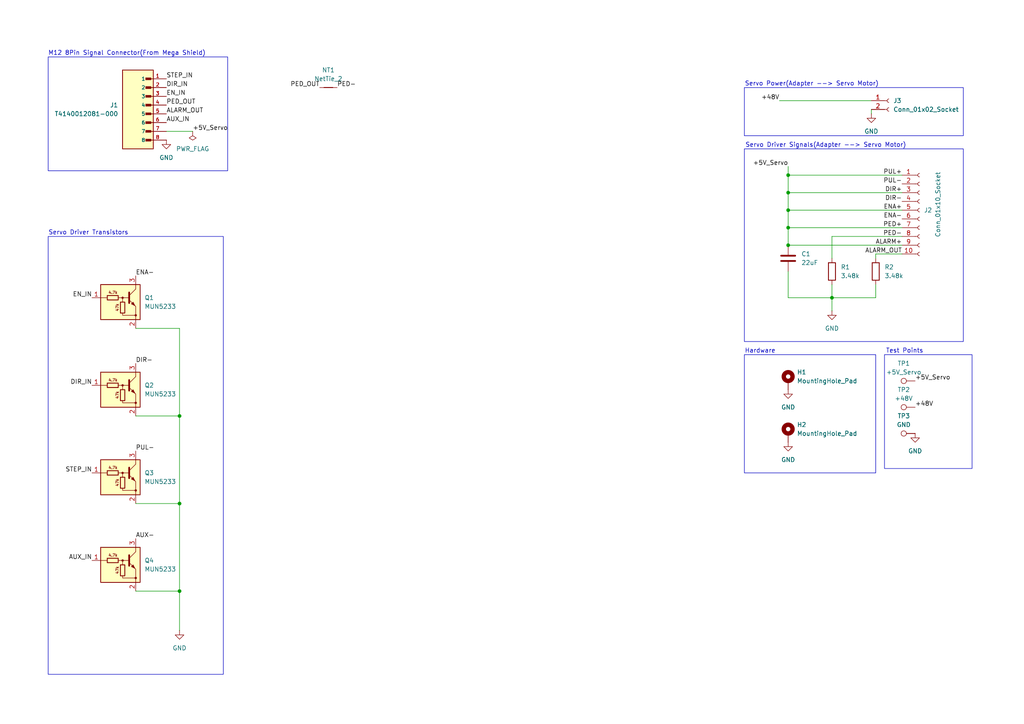
<source format=kicad_sch>
(kicad_sch (version 20250114) (generator "eeschema") (generator_version "9.0")
  (paper "A4")
  (title_block (title "Servo Adapter") (date "2025-06-25") (rev "0.1.0") (company "Homewood Creations"))
  (lib_symbols
    (symbol "Connector:Conn_01x02_Socket" (pin_names (offset 1.016) (hide yes))
      (property "Reference" "J" (at 0 2.54 0))
      (property "Value" "Conn_01x02_Socket" (at 0 -5.08 0))
      (symbol "Conn_01x02_Socket_1_1"
        (polyline (pts (xy -1.27 0) (xy -0.508 0)) (stroke (width 0.1524)))
        (polyline (pts (xy -1.27 -2.54) (xy -0.508 -2.54)) (stroke (width 0.1524)))
        (arc (start 0 -0.508) (mid -0.5058 0) (end 0 0.508) (stroke (width 0.1524)))
        (arc (start 0 -3.048) (mid -0.5058 -2.54) (end 0 -2.032) (stroke (width 0.1524)))
        (pin passive line (at -5.08 0 0) (length 3.81) (name "Pin_1") (number "1"))
        (pin passive line (at -5.08 -2.54 0) (length 3.81) (name "Pin_2") (number "2"))
      )
    )
    (symbol "Connector:Conn_01x10_Socket" (pin_names (offset 1.016) (hide yes))
      (property "Reference" "J" (at 0 12.7 0))
      (property "Value" "Conn_01x10_Socket" (at 0 -15.24 0))
      (symbol "Conn_01x10_Socket_1_1"
        (polyline (pts (xy -1.27 10.16) (xy -0.508 10.16)) (stroke (width 0.1524)))
        (polyline (pts (xy -1.27 7.62) (xy -0.508 7.62)) (stroke (width 0.1524)))
        (polyline (pts (xy -1.27 5.08) (xy -0.508 5.08)) (stroke (width 0.1524)))
        (polyline (pts (xy -1.27 2.54) (xy -0.508 2.54)) (stroke (width 0.1524)))
        (polyline (pts (xy -1.27 0) (xy -0.508 0)) (stroke (width 0.1524)))
        (polyline (pts (xy -1.27 -2.54) (xy -0.508 -2.54)) (stroke (width 0.1524)))
        (polyline (pts (xy -1.27 -5.08) (xy -0.508 -5.08)) (stroke (width 0.1524)))
        (polyline (pts (xy -1.27 -7.62) (xy -0.508 -7.62)) (stroke (width 0.1524)))
        (polyline (pts (xy -1.27 -10.16) (xy -0.508 -10.16)) (stroke (width 0.1524)))
        (polyline (pts (xy -1.27 -12.7) (xy -0.508 -12.7)) (stroke (width 0.1524)))
        (arc (start 0 9.652) (mid -0.5058 10.16) (end 0 10.668) (stroke (width 0.1524)))
        (arc (start 0 7.112) (mid -0.5058 7.62) (end 0 8.128) (stroke (width 0.1524)))
        (arc (start 0 4.572) (mid -0.5058 5.08) (end 0 5.588) (stroke (width 0.1524)))
        (arc (start 0 2.032) (mid -0.5058 2.54) (end 0 3.048) (stroke (width 0.1524)))
        (arc (start 0 -0.508) (mid -0.5058 0) (end 0 0.508) (stroke (width 0.1524)))
        (arc (start 0 -3.048) (mid -0.5058 -2.54) (end 0 -2.032) (stroke (width 0.1524)))
        (arc (start 0 -5.588) (mid -0.5058 -5.08) (end 0 -4.572) (stroke (width 0.1524)))
        (arc (start 0 -8.128) (mid -0.5058 -7.62) (end 0 -7.112) (stroke (width 0.1524)))
        (arc (start 0 -10.668) (mid -0.5058 -10.16) (end 0 -9.652) (stroke (width 0.1524)))
        (arc (start 0 -13.208) (mid -0.5058 -12.7) (end 0 -12.192) (stroke (width 0.1524)))
        (pin passive line (at -5.08 10.16 0) (length 3.81) (name "Pin_1") (number "1"))
        (pin passive line (at -5.08 7.62 0) (length 3.81) (name "Pin_2") (number "2"))
        (pin passive line (at -5.08 5.08 0) (length 3.81) (name "Pin_3") (number "3"))
        (pin passive line (at -5.08 2.54 0) (length 3.81) (name "Pin_4") (number "4"))
        (pin passive line (at -5.08 0 0) (length 3.81) (name "Pin_5") (number "5"))
        (pin passive line (at -5.08 -2.54 0) (length 3.81) (name "Pin_6") (number "6"))
        (pin passive line (at -5.08 -5.08 0) (length 3.81) (name "Pin_7") (number "7"))
        (pin passive line (at -5.08 -7.62 0) (length 3.81) (name "Pin_8") (number "8"))
        (pin passive line (at -5.08 -10.16 0) (length 3.81) (name "Pin_9") (number "9"))
        (pin passive line (at -5.08 -12.7 0) (length 3.81) (name "Pin_10") (number "10"))
      )
    )
    (symbol "Connector:TestPoint" (pin_numbers (hide yes)) (pin_names (offset 0.762) (hide yes))
      (property "Reference" "TP" (at 0 6.858 0))
      (property "Value" "TestPoint" (at 0 5.08 0))
      (symbol "TestPoint_0_1"
        (circle (center 0 3.302) (radius 0.762))
      )
      (symbol "TestPoint_1_1"
        (pin passive line (at 0 0 90) (length 2.54) (name "1") (number "1"))
      )
    )
    (symbol "Device:C" (pin_numbers (hide yes)) (pin_names (offset 0.254))
      (property "Reference" "C" (at 0.635 2.54 0))
      (property "Value" "C" (at 0.635 -2.54 0))
      (symbol "C_0_1"
        (polyline (pts (xy -2.032 0.762) (xy 2.032 0.762)) (stroke (width 0.508)))
        (polyline (pts (xy -2.032 -0.762) (xy 2.032 -0.762)) (stroke (width 0.508)))
      )
      (symbol "C_1_1"
        (pin passive line (at 0 3.81 270) (length 2.794) (name "~") (number "1"))
        (pin passive line (at 0 -3.81 90) (length 2.794) (name "~") (number "2"))
      )
    )
    (symbol "Device:NetTie_2" (pin_numbers (hide yes)) (pin_names (offset 0) (hide yes)) (in_bom no)
      (property "Reference" "NT" (at 0 1.27 0))
      (property "Value" "NetTie_2" (at 0 -1.27 0))
      (symbol "NetTie_2_0_1"
        (polyline (pts (xy -1.27 0) (xy 1.27 0)) (stroke (width 0.254)))
      )
      (symbol "NetTie_2_1_1"
        (pin passive line (at -2.54 0 0) (length 2.54) (name "1") (number "1"))
        (pin passive line (at 2.54 0 180) (length 2.54) (name "2") (number "2"))
      )
    )
    (symbol "Device:R" (pin_numbers (hide yes)) (pin_names (offset 0))
      (property "Reference" "R" (at 2.032 0 90))
      (property "Value" "R" (at 0 0 90))
      (symbol "R_0_1"
        (rectangle (start -1.016 -2.54) (end 1.016 2.54) (stroke (width 0.254)))
      )
      (symbol "R_1_1"
        (pin passive line (at 0 3.81 270) (length 1.27) (name "~") (number "1"))
        (pin passive line (at 0 -3.81 90) (length 1.27) (name "~") (number "2"))
      )
    )
    (symbol "Mechanical:MountingHole_Pad" (pin_numbers (hide yes)) (pin_names (offset 1.016) (hide yes)) (exclude_from_sim yes) (in_bom no)
      (property "Reference" "H" (at 0 6.35 0))
      (property "Value" "MountingHole_Pad" (at 0 4.445 0))
      (symbol "MountingHole_Pad_0_1"
        (circle (center 0 1.27) (radius 1.27) (stroke (width 1.27)))
      )
      (symbol "MountingHole_Pad_1_1"
        (pin input line (at 0 -2.54 90) (length 2.54) (name "1") (number "1"))
      )
    )
    (symbol "PCM_Transistor_BJT_Pre-Biased_AKL:MUN5233" (pin_names (hide yes))
      (property "Reference" "Q" (at 5.715 1.27 0))
      (property "Value" "MUN5233" (at 5.715 -1.27 0))
      (symbol "MUN5233_0_1"
        (rectangle (start -4.445 1.905) (end -1.27 0.635) (stroke (width 0.254)))
        (rectangle (start -0.635 0) (end 0.635 -3.175) (stroke (width 0.254)))
      )
      (symbol "MUN5233_0_2"
        (polyline (pts (xy -4.318 1.27) (xy -4.064 1.778) (xy -3.556 0.762) (xy -3.048 1.778) (xy -2.54 0.762) (xy -2.032 1.778)) (stroke (width 0.254)))
        (polyline (pts (xy -2.032 1.778) (xy -1.524 0.762) (xy -1.27 1.27)) (stroke (width 0.254)))
        (polyline (pts (xy -0.508 -0.889) (xy 0.508 -0.381) (xy 0 -0.127)) (stroke (width 0.254)))
        (polyline (pts (xy 0 -3.175) (xy -0.508 -2.921) (xy 0.508 -2.413) (xy -0.508 -1.905) (xy 0.508 -1.397) (xy -0.508 -0.889)) (stroke (width 0.254)))
      )
      (symbol "MUN5233_1_0"
        (rectangle (start -6.35 5.08) (end 5.08 -5.08) (stroke (width 0.254)) (fill (type background)))
        (polyline (pts (xy -4.445 1.27) (xy -6.35 1.27)))
        (polyline (pts (xy -1.27 1.27) (xy 0 1.27) (xy 0 0)))
        (polyline (pts (xy -0.254 1.27) (xy 1.905 1.27)))
        (circle (center 0 1.27) (radius 0.254) (fill (type outline)))
        (polyline (pts (xy 0 -3.175) (xy 0 -3.81) (xy 3.81 -3.81)))
        (polyline (pts (xy 1.905 2.794) (xy 1.905 -0.254)) (stroke (width 0.508)))
        (polyline (pts (xy 1.905 1.905) (xy 3.81 3.81)))
        (polyline (pts (xy 1.905 0.635) (xy 3.81 -1.27) (xy 3.81 -1.27)))
        (polyline (pts (xy 2.54 -0.508) (xy 3.048 0) (xy 3.556 -1.016) (xy 2.54 -0.508) (xy 2.54 -0.508)) (fill (type outline)))
        (polyline (pts (xy 3.81 3.81) (xy 3.81 5.08)))
        (polyline (pts (xy 3.81 -3.81) (xy 3.81 -1.27)))
        (polyline (pts (xy 3.81 -3.81) (xy 3.81 -5.08)))
        (circle (center 3.81 -3.81) (radius 0.254) (fill (type outline)))
        (text "4.7k" (at -2.794 2.794 0) (effects (font (size 0.8 0.8))))
        (text "47k" (at -1.524 -1.524 900) (effects (font (size 0.8 0.8))))
      )
      (symbol "MUN5233_1_1"
        (pin input line (at -8.89 1.27 0) (length 2.54) (name "B") (number "1"))
        (pin passive line (at 3.81 7.62 270) (length 2.54) (name "C") (number "3"))
        (pin passive line (at 3.81 -7.62 90) (length 2.54) (name "E") (number "2"))
      )
      (symbol "MUN5233_1_2"
        (pin input line (at -8.89 1.27 0) (length 2.54) (name "B") (number "1"))
        (pin passive line (at 3.81 7.62 270) (length 2.54) (name "C") (number "3"))
        (pin passive line (at 3.81 -7.62 90) (length 2.54) (name "E") (number "2"))
      )
    )
    (symbol "T4140012081-000:T4140012081-000" (pin_names (offset 1.016))
      (property "Reference" "J" (at -3.81 10.795 0))
      (property "Value" "T4140012081-000" (at -3.81 -15.24 0))
      (symbol "T4140012081-000_0_0"
        (rectangle (start -3.81 -12.7) (end 5.08 10.16) (stroke (width 0.254)) (fill (type background)))
        (rectangle (start -3.175 7.3025) (end -1.5875 7.9375) (stroke (width 0.1)) (fill (type outline)))
        (rectangle (start -3.175 4.7625) (end -1.5875 5.3975) (stroke (width 0.1)) (fill (type outline)))
        (rectangle (start -3.175 2.2225) (end -1.5875 2.8575) (stroke (width 0.1)) (fill (type outline)))
        (rectangle (start -3.175 -0.3175) (end -1.5875 0.3175) (stroke (width 0.1)) (fill (type outline)))
        (rectangle (start -3.175 -2.8575) (end -1.5875 -2.2225) (stroke (width 0.1)) (fill (type outline)))
        (rectangle (start -3.175 -5.3975) (end -1.5875 -4.7625) (stroke (width 0.1)) (fill (type outline)))
        (rectangle (start -3.175 -7.9375) (end -1.5875 -7.3025) (stroke (width 0.1)) (fill (type outline)))
        (rectangle (start -3.175 -10.4775) (end -1.5875 -9.8425) (stroke (width 0.1)) (fill (type outline)))
        (pin passive line (at -7.62 7.62 0) (length 5.08) (name "1") (number "1"))
        (pin passive line (at -7.62 5.08 0) (length 5.08) (name "2") (number "2"))
        (pin passive line (at -7.62 2.54 0) (length 5.08) (name "3") (number "3"))
        (pin passive line (at -7.62 0 0) (length 5.08) (name "4") (number "4"))
        (pin passive line (at -7.62 -2.54 0) (length 5.08) (name "5") (number "5"))
        (pin passive line (at -7.62 -5.08 0) (length 5.08) (name "6") (number "6"))
        (pin passive line (at -7.62 -7.62 0) (length 5.08) (name "7") (number "7"))
        (pin passive line (at -7.62 -10.16 0) (length 5.08) (name "8") (number "8"))
      )
    )
    (symbol "power:GND" (power) (pin_numbers (hide yes)) (pin_names (offset 0) (hide yes))
      (property "Value" "GND" (at 0 -3.81 0))
      (symbol "GND_0_1"
        (polyline (pts (xy 0 0) (xy 0 -1.27) (xy 1.27 -1.27) (xy 0 -2.54) (xy -1.27 -1.27) (xy 0 -1.27)))
      )
      (symbol "GND_1_1"
        (pin power_in line (at 0 0 270) (length 0) (name "~") (number "1"))
      )
    )
    (symbol "power:PWR_FLAG" (power) (pin_numbers (hide yes)) (pin_names (offset 0) (hide yes))
      (property "Value" "PWR_FLAG" (at 0 3.81 0))
      (symbol "PWR_FLAG_0_0"
        (pin power_out line (at 0 0 90) (length 0) (name "~") (number "1"))
      )
      (symbol "PWR_FLAG_0_1"
        (polyline (pts (xy 0 0) (xy 0 1.27) (xy -1.016 1.905) (xy 0 2.54) (xy 1.016 1.905) (xy 0 1.27)))
      )
    )
  )
  (rectangle (start 215.9 43.18) (end 279.4 99.06))
  (rectangle (start 215.9 25.4) (end 279.4 39.37))
  (rectangle (start 215.9 102.87) (end 254 137.16))
  (rectangle (start 256.54 102.87) (end 281.94 135.89))
  (rectangle (start 13.97 16.51) (end 66.04 49.53))
  (rectangle (start 13.97 68.58) (end 64.77 195.58))
  (text "Servo Driver Signals(Adapter --> Servo Motor)" (at 239.522 42.164 0) (effects (font (size 1.27 1.27))))
  (text "M12 8Pin Signal Connector(From Mega Shield)" (at 36.83 15.494 0) (effects (font (size 1.27 1.27))))
  (text "Hardware" (at 220.472 101.854 0) (effects (font (size 1.27 1.27))))
  (text "Servo Driver Transistors" (at 25.654 67.564 0) (effects (font (size 1.27 1.27))))
  (text "Servo Power(Adapter --> Servo Motor)" (at 235.458 24.384 0) (effects (font (size 1.27 1.27))))
  (text "Test Points" (at 262.382 101.854 0) (effects (font (size 1.27 1.27))))
  (junction (at 52.07 120.65))
  (junction (at 241.3 86.36))
  (junction (at 228.6 50.8))
  (junction (at 52.07 171.45))
  (junction (at 228.6 60.96))
  (junction (at 228.6 55.88))
  (junction (at 52.07 146.05))
  (junction (at 228.6 66.04))
  (junction (at 228.6 71.12))
  (wire (pts (xy 228.6 50.8) (xy 228.6 48.26)))
  (wire (pts (xy 241.3 74.93) (xy 241.3 68.58)))
  (wire (pts (xy 254 86.36) (xy 241.3 86.36)))
  (wire (pts (xy 52.07 171.45) (xy 52.07 146.05)))
  (wire (pts (xy 55.88 38.1) (xy 48.26 38.1)))
  (wire (pts (xy 39.37 120.65) (xy 52.07 120.65)))
  (wire (pts (xy 241.3 82.55) (xy 241.3 86.36)))
  (wire (pts (xy 254 74.93) (xy 254 73.66)))
  (wire (pts (xy 228.6 86.36) (xy 241.3 86.36)))
  (wire (pts (xy 52.07 95.25) (xy 39.37 95.25)))
  (wire (pts (xy 254 73.66) (xy 261.62 73.66)))
  (wire (pts (xy 228.6 55.88) (xy 228.6 50.8)))
  (wire (pts (xy 228.6 78.74) (xy 228.6 86.36)))
  (wire (pts (xy 254 82.55) (xy 254 86.36)))
  (wire (pts (xy 261.62 50.8) (xy 228.6 50.8)))
  (wire (pts (xy 241.3 90.17) (xy 241.3 86.36)))
  (wire (pts (xy 261.62 60.96) (xy 228.6 60.96)))
  (wire (pts (xy 52.07 146.05) (xy 52.07 120.65)))
  (wire (pts (xy 39.37 146.05) (xy 52.07 146.05)))
  (wire (pts (xy 39.37 171.45) (xy 52.07 171.45)))
  (wire (pts (xy 252.73 29.21) (xy 226.06 29.21)))
  (wire (pts (xy 261.62 71.12) (xy 228.6 71.12)))
  (wire (pts (xy 252.73 31.75) (xy 252.73 33.02)))
  (wire (pts (xy 52.07 182.88) (xy 52.07 171.45)))
  (wire (pts (xy 52.07 120.65) (xy 52.07 95.25)))
  (wire (pts (xy 261.62 55.88) (xy 228.6 55.88)))
  (wire (pts (xy 228.6 60.96) (xy 228.6 55.88)))
  (wire (pts (xy 228.6 66.04) (xy 261.62 66.04)))
  (wire (pts (xy 228.6 71.12) (xy 228.6 66.04)))
  (wire (pts (xy 241.3 68.58) (xy 261.62 68.58)))
  (wire (pts (xy 228.6 66.04) (xy 228.6 60.96)))
  (label "DIR_IN" (at 48.26 25.4 0))
  (label "+48V" (at 226.06 29.21 180))
  (label "PED-" (at 261.62 68.58 180))
  (label "PUL+" (at 261.62 50.8 180))
  (label "ALARM+" (at 261.62 71.12 180))
  (label "DIR-" (at 261.62 58.42 180))
  (label "PED_OUT" (at 92.71 25.4 180))
  (label "AUX_IN" (at 48.26 35.56 0))
  (label "STEP_IN" (at 26.67 137.16 180))
  (label "PUL-" (at 261.62 53.34 180))
  (label "PUL-" (at 39.37 130.81 0))
  (label "AUX-" (at 39.37 156.21 0))
  (label "PED+" (at 261.62 66.04 180))
  (label "+5V_Servo" (at 228.6 48.26 180))
  (label "+5V_Servo" (at 55.88 38.1 0))
  (label "DIR_IN" (at 26.67 111.76 180))
  (label "+5V_Servo" (at 265.43 110.49 0))
  (label "STEP_IN" (at 48.26 22.86 0))
  (label "ENA-" (at 39.37 80.01 0))
  (label "PED_OUT" (at 48.26 30.48 0))
  (label "ENA-" (at 261.62 63.5 180))
  (label "DIR-" (at 39.37 105.41 0))
  (label "PED-" (at 97.79 25.4 0))
  (label "AUX_IN" (at 26.67 162.56 180))
  (label "+48V" (at 265.43 118.11 0))
  (label "ALARM_OUT" (at 261.62 73.66 180))
  (label "ALARM_OUT" (at 48.26 33.02 0))
  (label "ENA+" (at 261.62 60.96 180))
  (label "EN_IN" (at 48.26 27.94 0))
  (label "EN_IN" (at 26.67 86.36 180))
  (label "DIR+" (at 261.62 55.88 180))
  (symbol (lib_id "Device:C") (at 228.6 74.93 0) (unit 1)
    (property "Reference" "C1" (at 232.41 73.6599 0) (effects (justify left)))
    (property "Value" "22uF" (at 232.41 76.1999 0) (effects (justify left)))
    (property "Footprint" "Capacitor_SMD:C_0805_2012Metric" (effects (hide yes)))
    (property "Description" "Unpolarized capacitor" (effects (hide yes)))
  )
  (symbol (lib_id "PCM_Transistor_BJT_Pre-Biased_AKL:MUN5233") (at 35.56 163.83 0) (unit 1)
    (property "Reference" "Q4" (at 41.91 162.5599 0) (effects (justify left)))
    (property "Value" "MUN5233" (at 41.91 165.0999 0) (effects (justify left)))
    (property "Footprint" "Package_TO_SOT_SMD:SOT-323_SC-70" (effects (hide yes)))
    (property "Datasheet" "https://www.tme.eu/Document/b08ae4714e93e014b0577ddbeff4caf4/MMUN2233.PDF" (effects (hide yes)))
    (property "Description" "NPN SOT-323 Pre-Biased transistor, 50V, 100mA, 202mW, Alternate KiCAD Library" (effects (hide yes)))
  )
  (symbol (lib_id "PCM_Transistor_BJT_Pre-Biased_AKL:MUN5233") (at 35.56 113.03 0) (unit 1)
    (property "Reference" "Q2" (at 41.91 111.7599 0) (effects (justify left)))
    (property "Value" "MUN5233" (at 41.91 114.2999 0) (effects (justify left)))
    (property "Footprint" "Package_TO_SOT_SMD:SOT-323_SC-70" (effects (hide yes)))
    (property "Datasheet" "https://www.tme.eu/Document/b08ae4714e93e014b0577ddbeff4caf4/MMUN2233.PDF" (effects (hide yes)))
    (property "Description" "NPN SOT-323 Pre-Biased transistor, 50V, 100mA, 202mW, Alternate KiCAD Library" (effects (hide yes)))
  )
  (symbol (lib_id "Connector:TestPoint") (at 265.43 118.11 90) (unit 1)
    (property "Reference" "TP2" (at 262.128 113.03 90))
    (property "Value" "+48V" (at 262.128 115.57 90))
    (property "Footprint" "TestPoint:TestPoint_Pad_1.0x1.0mm" (effects (hide yes)))
    (property "Description" "test point" (effects (hide yes)))
  )
  (symbol (lib_id "Mechanical:MountingHole_Pad") (at 228.6 110.49 0) (unit 1) (exclude_from_sim yes) (in_bom no)
    (property "Reference" "H1" (at 231.14 107.9499 0) (effects (justify left)))
    (property "Value" "MountingHole_Pad" (at 231.14 110.4899 0) (effects (justify left)))
    (property "Footprint" "MountingHole:MountingHole_2.7mm_M2.5" (effects (hide yes)))
    (property "Description" "Mounting Hole with connection" (effects (hide yes)))
  )
  (symbol (lib_id "Device:R") (at 241.3 78.74 0) (unit 1)
    (property "Reference" "R1" (at 243.84 77.4699 0) (effects (justify left)))
    (property "Value" "3.48k" (at 243.84 80.0099 0) (effects (justify left)))
    (property "Description" "Resistor" (effects (hide yes)))
  )
  (symbol (lib_id "Connector:TestPoint") (at 265.43 125.73 90) (unit 1)
    (property "Reference" "TP3" (at 262.128 120.65 90))
    (property "Value" "GND" (at 262.128 123.19 90))
    (property "Footprint" "TestPoint:TestPoint_Pad_1.0x1.0mm" (effects (hide yes)))
    (property "Description" "test point" (effects (hide yes)))
  )
  (symbol (lib_id "Device:NetTie_2") (at 95.25 25.4 0) (unit 1) (in_bom no)
    (property "Reference" "NT1" (at 95.25 20.32 0))
    (property "Value" "NetTie_2" (at 95.25 22.86 0))
    (property "Description" "Net tie, 2 pins" (effects (hide yes)))
  )
  (symbol (lib_id "Connector:Conn_01x10_Socket") (at 266.7 60.96 0) (unit 1)
    (property "Reference" "J2" (at 267.97 60.9599 0) (effects (justify left)))
    (property "Value" "Conn_01x10_Socket" (at 272.034 68.834 90) (effects (justify left)))
    (property "Footprint" "Connector_PinSocket_2.54mm:PinSocket_1x10_P2.54mm_Vertical" (effects (hide yes)))
    (property "Description" "Generic connector, single row, 01x10, script generated" (effects (hide yes)))
  )
  (symbol (lib_id "power:GND") (at 48.26 40.64 0) (unit 1)
    (property "Reference" "#PWR02" (effects (hide yes)))
    (property "Value" "GND" (at 48.26 45.72 0))
    (property "Description" "Power symbol creates a global label with name \"GND\" , ground" (effects (hide yes)))
  )
  (symbol (lib_id "Connector:TestPoint") (at 265.43 110.49 90) (unit 1)
    (property "Reference" "TP1" (at 262.128 105.41 90))
    (property "Value" "+5V_Servo" (at 262.128 107.95 90))
    (property "Footprint" "TestPoint:TestPoint_Pad_1.0x1.0mm" (effects (hide yes)))
    (property "Description" "test point" (effects (hide yes)))
  )
  (symbol (lib_id "Mechanical:MountingHole_Pad") (at 228.6 125.73 0) (unit 1) (exclude_from_sim yes) (in_bom no)
    (property "Reference" "H2" (at 231.14 123.1899 0) (effects (justify left)))
    (property "Value" "MountingHole_Pad" (at 231.14 125.7299 0) (effects (justify left)))
    (property "Footprint" "MountingHole:MountingHole_2.7mm_M2.5" (effects (hide yes)))
    (property "Description" "Mounting Hole with connection" (effects (hide yes)))
  )
  (symbol (lib_id "Connector:Conn_01x02_Socket") (at 257.81 29.21 0) (unit 1)
    (property "Reference" "J3" (at 259.08 29.2099 0) (effects (justify left)))
    (property "Value" "Conn_01x02_Socket" (at 259.08 31.7499 0) (effects (justify left)))
    (property "Description" "Generic connector, single row, 01x02, script generated" (effects (hide yes)))
  )
  (symbol (lib_id "power:GND") (at 228.6 128.27 0) (unit 1)
    (property "Reference" "#PWR06" (effects (hide yes)))
    (property "Value" "GND" (at 228.6 133.35 0))
    (property "Description" "Power symbol creates a global label with name \"GND\" , ground" (effects (hide yes)))
  )
  (symbol (lib_id "T4140012081-000:T4140012081-000") (at 40.64 30.48 0) (mirror y) (unit 1)
    (property "Reference" "J1" (at 34.29 30.4799 0) (effects (justify left)))
    (property "Value" "T4140012081-000" (at 34.29 33.0199 0) (effects (justify left)))
    (property "Footprint" "servo_adapter_fp:TE_T4140012081-000" (effects (hide yes)))
    (property "PARTREV" "B" (effects (hide yes)))
    (property "STANDARD" "Manufacturer Recommendations" (effects (hide yes)))
    (property "MAXIMUM_PACKAGE_HEIGHT" "23.00mm" (effects (hide yes)))
    (property "MANUFACTURER" "TE Connectivity" (effects (hide yes)))
  )
  (symbol (lib_id "power:GND") (at 228.6 113.03 0) (unit 1)
    (property "Reference" "#PWR05" (effects (hide yes)))
    (property "Value" "GND" (at 228.6 118.11 0))
    (property "Description" "Power symbol creates a global label with name \"GND\" , ground" (effects (hide yes)))
  )
  (symbol (lib_id "power:GND") (at 265.43 125.73 0) (unit 1)
    (property "Reference" "#PWR07" (effects (hide yes)))
    (property "Value" "GND" (at 265.43 130.81 0))
    (property "Description" "Power symbol creates a global label with name \"GND\" , ground" (effects (hide yes)))
  )
  (symbol (lib_id "Device:R") (at 254 78.74 0) (unit 1)
    (property "Reference" "R2" (at 256.54 77.4699 0) (effects (justify left)))
    (property "Value" "3.48k" (at 256.54 80.0099 0) (effects (justify left)))
    (property "Description" "Resistor" (effects (hide yes)))
  )
  (symbol (lib_id "power:PWR_FLAG") (at 55.88 38.1 180) (unit 1)
    (property "Reference" "#FLG01" (effects (hide yes)))
    (property "Value" "PWR_FLAG" (at 55.88 43.18 0))
    (property "Description" "Special symbol for telling ERC where power comes from" (effects (hide yes)))
  )
  (symbol (lib_id "power:GND") (at 241.3 90.17 0) (unit 1)
    (property "Reference" "#PWR03" (effects (hide yes)))
    (property "Value" "GND" (at 241.3 95.25 0))
    (property "Description" "Power symbol creates a global label with name \"GND\" , ground" (effects (hide yes)))
  )
  (symbol (lib_id "power:GND") (at 252.73 33.02 0) (unit 1)
    (property "Reference" "#PWR04" (effects (hide yes)))
    (property "Value" "GND" (at 252.73 38.1 0))
    (property "Description" "Power symbol creates a global label with name \"GND\" , ground" (effects (hide yes)))
  )
  (symbol (lib_id "PCM_Transistor_BJT_Pre-Biased_AKL:MUN5233") (at 35.56 138.43 0) (unit 1)
    (property "Reference" "Q3" (at 41.91 137.1599 0) (effects (justify left)))
    (property "Value" "MUN5233" (at 41.91 139.6999 0) (effects (justify left)))
    (property "Footprint" "Package_TO_SOT_SMD:SOT-323_SC-70" (effects (hide yes)))
    (property "Datasheet" "https://www.tme.eu/Document/b08ae4714e93e014b0577ddbeff4caf4/MMUN2233.PDF" (effects (hide yes)))
    (property "Description" "NPN SOT-323 Pre-Biased transistor, 50V, 100mA, 202mW, Alternate KiCAD Library" (effects (hide yes)))
  )
  (symbol (lib_id "PCM_Transistor_BJT_Pre-Biased_AKL:MUN5233") (at 35.56 87.63 0) (unit 1)
    (property "Reference" "Q1" (at 41.91 86.3599 0) (effects (justify left)))
    (property "Value" "MUN5233" (at 41.91 88.8999 0) (effects (justify left)))
    (property "Footprint" "Package_TO_SOT_SMD:SOT-323_SC-70" (effects (hide yes)))
    (property "Datasheet" "https://www.tme.eu/Document/b08ae4714e93e014b0577ddbeff4caf4/MMUN2233.PDF" (effects (hide yes)))
    (property "Description" "NPN SOT-323 Pre-Biased transistor, 50V, 100mA, 202mW, Alternate KiCAD Library" (effects (hide yes)))
  )
  (symbol (lib_id "power:GND") (at 52.07 182.88 0) (unit 1)
    (property "Reference" "#PWR01" (effects (hide yes)))
    (property "Value" "GND" (at 52.07 187.96 0))
    (property "Description" "Power symbol creates a global label with name \"GND\" , ground" (effects (hide yes)))
  )
)
</source>
